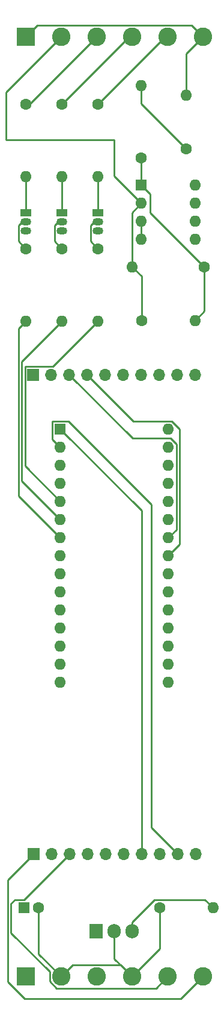
<source format=gbr>
%TF.GenerationSoftware,KiCad,Pcbnew,(6.0.5-0)*%
%TF.CreationDate,2022-07-08T10:13:23-04:00*%
%TF.ProjectId,OBS,4f42532e-6b69-4636-9164-5f7063625858,rev?*%
%TF.SameCoordinates,Original*%
%TF.FileFunction,Copper,L1,Top*%
%TF.FilePolarity,Positive*%
%FSLAX46Y46*%
G04 Gerber Fmt 4.6, Leading zero omitted, Abs format (unit mm)*
G04 Created by KiCad (PCBNEW (6.0.5-0)) date 2022-07-08 10:13:23*
%MOMM*%
%LPD*%
G01*
G04 APERTURE LIST*
%TA.AperFunction,ComponentPad*%
%ADD10C,1.600000*%
%TD*%
%TA.AperFunction,ComponentPad*%
%ADD11O,1.600000X1.600000*%
%TD*%
%TA.AperFunction,ComponentPad*%
%ADD12R,1.500000X1.050000*%
%TD*%
%TA.AperFunction,ComponentPad*%
%ADD13O,1.500000X1.050000*%
%TD*%
%TA.AperFunction,ComponentPad*%
%ADD14R,1.700000X1.700000*%
%TD*%
%TA.AperFunction,ComponentPad*%
%ADD15O,1.700000X1.700000*%
%TD*%
%TA.AperFunction,ComponentPad*%
%ADD16R,1.600000X1.600000*%
%TD*%
%TA.AperFunction,ComponentPad*%
%ADD17R,2.600000X2.600000*%
%TD*%
%TA.AperFunction,ComponentPad*%
%ADD18C,2.600000*%
%TD*%
%TA.AperFunction,ComponentPad*%
%ADD19R,1.905000X2.000000*%
%TD*%
%TA.AperFunction,ComponentPad*%
%ADD20O,1.905000X2.000000*%
%TD*%
%TA.AperFunction,Conductor*%
%ADD21C,0.250000*%
%TD*%
G04 APERTURE END LIST*
D10*
%TO.P,R5,1*%
%TO.N,/Vin*%
X119610000Y-36890000D03*
D11*
%TO.P,R5,2*%
%TO.N,Net-(Q1-Pad1)*%
X119610000Y-47050000D03*
%TD*%
D12*
%TO.P,Q1,1,E*%
%TO.N,Net-(Q1-Pad1)*%
X119610000Y-52130000D03*
D13*
%TO.P,Q1,2,B*%
%TO.N,Net-(Q1-Pad2)*%
X119610000Y-53400000D03*
%TO.P,Q1,3,C*%
%TO.N,Net-(A2-Pad27)*%
X119610000Y-54670000D03*
%TD*%
D10*
%TO.P,R4,1*%
%TO.N,/Vin*%
X109450000Y-36890000D03*
D11*
%TO.P,R4,2*%
%TO.N,Net-(Q3-Pad1)*%
X109450000Y-47050000D03*
%TD*%
D14*
%TO.P,J4,1,Pin_1*%
%TO.N,Net-(A2-Pad27)*%
X110490000Y-74905000D03*
D15*
%TO.P,J4,2,Pin_2*%
%TO.N,GND*%
X113030000Y-74905000D03*
%TO.P,J4,3,Pin_3*%
%TO.N,Net-(A2-Pad24)*%
X115570000Y-74905000D03*
%TO.P,J4,4,Pin_4*%
%TO.N,Net-(A2-Pad23)*%
X118110000Y-74905000D03*
%TO.P,J4,5,Pin_5*%
%TO.N,GND*%
X120650000Y-74905000D03*
%TO.P,J4,6,Pin_6*%
%TO.N,unconnected-(J4-Pad6)*%
X123190000Y-74905000D03*
%TO.P,J4,7,Pin_7*%
%TO.N,Net-(R8-Pad2)*%
X125730000Y-74905000D03*
%TO.P,J4,8,Pin_8*%
%TO.N,unconnected-(J4-Pad8)*%
X128270000Y-74905000D03*
%TO.P,J4,9,Pin_9*%
%TO.N,unconnected-(J4-Pad9)*%
X130810000Y-74905000D03*
%TO.P,J4,10,Pin_10*%
%TO.N,unconnected-(J4-Pad10)*%
X133350000Y-74905000D03*
%TD*%
D12*
%TO.P,Q2,1,E*%
%TO.N,Net-(Q2-Pad1)*%
X114530000Y-52130000D03*
D13*
%TO.P,Q2,2,B*%
%TO.N,Net-(Q2-Pad2)*%
X114530000Y-53400000D03*
%TO.P,Q2,3,C*%
%TO.N,Net-(A2-Pad27)*%
X114530000Y-54670000D03*
%TD*%
D10*
%TO.P,R1,1*%
%TO.N,Net-(Q1-Pad2)*%
X119610000Y-57210000D03*
D11*
%TO.P,R1,2*%
%TO.N,Net-(A2-Pad5)*%
X119610000Y-67370000D03*
%TD*%
D16*
%TO.P,C1,1*%
%TO.N,/Vin*%
X109210000Y-149792744D03*
D10*
%TO.P,C1,2*%
%TO.N,GND*%
X111210000Y-149792744D03*
%TD*%
D17*
%TO.P,J1,1,Pin_1*%
%TO.N,unconnected-(J1-Pad1)*%
X109410000Y-159452744D03*
D18*
%TO.P,J1,2,Pin_2*%
%TO.N,GND*%
X114410000Y-159452744D03*
%TO.P,J1,3,Pin_3*%
%TO.N,/Vin*%
X119410000Y-159452744D03*
%TO.P,J1,4,Pin_4*%
%TO.N,GND*%
X124410000Y-159452744D03*
%TO.P,J1,5,Pin_5*%
%TO.N,/Rx*%
X129410000Y-159452744D03*
%TO.P,J1,6,Pin_6*%
%TO.N,/Tx*%
X134410000Y-159452744D03*
%TD*%
D16*
%TO.P,A2,1,D1/TX*%
%TO.N,Net-(A2-Pad1)*%
X114300000Y-82550000D03*
D11*
%TO.P,A2,2,D0/RX*%
%TO.N,Net-(A2-Pad2)*%
X114300000Y-85090000D03*
%TO.P,A2,3,~{RESET}*%
%TO.N,unconnected-(A2-Pad3)*%
X114300000Y-87630000D03*
%TO.P,A2,4,GND*%
%TO.N,unconnected-(A2-Pad4)*%
X114300000Y-90170000D03*
%TO.P,A2,5,D2*%
%TO.N,Net-(A2-Pad5)*%
X114300000Y-92710000D03*
%TO.P,A2,6,D3*%
%TO.N,Net-(A2-Pad6)*%
X114300000Y-95250000D03*
%TO.P,A2,7,D4*%
%TO.N,Net-(A2-Pad7)*%
X114300000Y-97790000D03*
%TO.P,A2,8,D5*%
%TO.N,unconnected-(A2-Pad8)*%
X114300000Y-100330000D03*
%TO.P,A2,9,D6*%
%TO.N,unconnected-(A2-Pad9)*%
X114300000Y-102870000D03*
%TO.P,A2,10,D7*%
%TO.N,unconnected-(A2-Pad10)*%
X114300000Y-105410000D03*
%TO.P,A2,11,D8*%
%TO.N,unconnected-(A2-Pad11)*%
X114300000Y-107950000D03*
%TO.P,A2,12,D9*%
%TO.N,unconnected-(A2-Pad12)*%
X114300000Y-110490000D03*
%TO.P,A2,13,D10*%
%TO.N,unconnected-(A2-Pad13)*%
X114300000Y-113030000D03*
%TO.P,A2,14,D11*%
%TO.N,unconnected-(A2-Pad14)*%
X114300000Y-115570000D03*
%TO.P,A2,15,D12*%
%TO.N,unconnected-(A2-Pad15)*%
X114300000Y-118110000D03*
%TO.P,A2,16,D13*%
%TO.N,unconnected-(A2-Pad16)*%
X129540000Y-118110000D03*
%TO.P,A2,17,3V3*%
%TO.N,unconnected-(A2-Pad17)*%
X129540000Y-115570000D03*
%TO.P,A2,18,AREF*%
%TO.N,unconnected-(A2-Pad18)*%
X129540000Y-113030000D03*
%TO.P,A2,19,A0*%
%TO.N,unconnected-(A2-Pad19)*%
X129540000Y-110490000D03*
%TO.P,A2,20,A1*%
%TO.N,unconnected-(A2-Pad20)*%
X129540000Y-107950000D03*
%TO.P,A2,21,A2*%
%TO.N,unconnected-(A2-Pad21)*%
X129540000Y-105410000D03*
%TO.P,A2,22,A3*%
%TO.N,unconnected-(A2-Pad22)*%
X129540000Y-102870000D03*
%TO.P,A2,23,A4*%
%TO.N,Net-(A2-Pad23)*%
X129540000Y-100330000D03*
%TO.P,A2,24,A5*%
%TO.N,Net-(A2-Pad24)*%
X129540000Y-97790000D03*
%TO.P,A2,25,A6*%
%TO.N,unconnected-(A2-Pad25)*%
X129540000Y-95250000D03*
%TO.P,A2,26,A7*%
%TO.N,unconnected-(A2-Pad26)*%
X129540000Y-92710000D03*
%TO.P,A2,27,+5V*%
%TO.N,Net-(A2-Pad27)*%
X129540000Y-90170000D03*
%TO.P,A2,28,~{RESET}*%
%TO.N,unconnected-(A2-Pad28)*%
X129540000Y-87630000D03*
%TO.P,A2,29,GND*%
%TO.N,GND*%
X129540000Y-85090000D03*
%TO.P,A2,30,VIN*%
%TO.N,unconnected-(A2-Pad30)*%
X129540000Y-82550000D03*
%TD*%
D14*
%TO.P,J3,1,Pin_1*%
%TO.N,/Tx*%
X110520000Y-142215000D03*
D15*
%TO.P,J3,2,Pin_2*%
%TO.N,unconnected-(J3-Pad2)*%
X113060000Y-142215000D03*
%TO.P,J3,3,Pin_3*%
%TO.N,/Rx*%
X115600000Y-142215000D03*
%TO.P,J3,4,Pin_4*%
%TO.N,unconnected-(J3-Pad4)*%
X118140000Y-142215000D03*
%TO.P,J3,5,Pin_5*%
%TO.N,Net-(A2-Pad27)*%
X120680000Y-142215000D03*
%TO.P,J3,6,Pin_6*%
%TO.N,GND*%
X123220000Y-142215000D03*
%TO.P,J3,7,Pin_7*%
%TO.N,Net-(A2-Pad1)*%
X125760000Y-142215000D03*
%TO.P,J3,8,Pin_8*%
%TO.N,unconnected-(J3-Pad8)*%
X128300000Y-142215000D03*
%TO.P,J3,9,Pin_9*%
%TO.N,Net-(A2-Pad2)*%
X130840000Y-142215000D03*
%TO.P,J3,10,Pin_10*%
%TO.N,unconnected-(J3-Pad10)*%
X133380000Y-142215000D03*
%TD*%
D19*
%TO.P,A1,1,VI*%
%TO.N,/Vin*%
X119380000Y-153035000D03*
D20*
%TO.P,A1,2,GND*%
%TO.N,GND*%
X121920000Y-153035000D03*
%TO.P,A1,3,VO*%
%TO.N,Net-(A2-Pad27)*%
X124460000Y-153035000D03*
%TD*%
D10*
%TO.P,C3,1*%
%TO.N,Net-(C3-Pad1)*%
X125790000Y-67310000D03*
D11*
%TO.P,C3,2*%
%TO.N,Net-(R7-Pad1)*%
X133290000Y-67310000D03*
%TD*%
D12*
%TO.P,Q3,1,E*%
%TO.N,Net-(Q3-Pad1)*%
X109450000Y-52130000D03*
D13*
%TO.P,Q3,2,B*%
%TO.N,Net-(Q3-Pad2)*%
X109450000Y-53400000D03*
%TO.P,Q3,3,C*%
%TO.N,Net-(A2-Pad27)*%
X109450000Y-54670000D03*
%TD*%
D10*
%TO.P,C4,1*%
%TO.N,Net-(R8-Pad2)*%
X132080000Y-43180000D03*
D11*
%TO.P,C4,2*%
%TO.N,GND*%
X132080000Y-35680000D03*
%TD*%
D10*
%TO.P,R3,1*%
%TO.N,Net-(Q3-Pad2)*%
X109450000Y-57210000D03*
D11*
%TO.P,R3,2*%
%TO.N,Net-(A2-Pad7)*%
X109450000Y-67370000D03*
%TD*%
D10*
%TO.P,R7,1*%
%TO.N,Net-(R7-Pad1)*%
X134610000Y-59750000D03*
D11*
%TO.P,R7,2*%
%TO.N,Net-(C3-Pad1)*%
X124450000Y-59750000D03*
%TD*%
D10*
%TO.P,R8,1*%
%TO.N,Net-(R7-Pad1)*%
X125730000Y-44450000D03*
D11*
%TO.P,R8,2*%
%TO.N,Net-(R8-Pad2)*%
X125730000Y-34290000D03*
%TD*%
D10*
%TO.P,C2,1*%
%TO.N,GND*%
X128320000Y-149792744D03*
D11*
%TO.P,C2,2*%
%TO.N,Net-(A2-Pad27)*%
X135820000Y-149792744D03*
%TD*%
D17*
%TO.P,J2,1,Pin_1*%
%TO.N,GND*%
X109420000Y-27440000D03*
D18*
%TO.P,J2,2,Pin_2*%
%TO.N,Net-(C3-Pad1)*%
X114420000Y-27440000D03*
%TO.P,J2,3,Pin_3*%
%TO.N,/Vin*%
X119420000Y-27440000D03*
%TO.P,J2,4,Pin_4*%
X124420000Y-27440000D03*
%TO.P,J2,5,Pin_5*%
X129420000Y-27440000D03*
%TO.P,J2,6,Pin_6*%
%TO.N,GND*%
X134420000Y-27440000D03*
%TD*%
D10*
%TO.P,R6,1*%
%TO.N,/Vin*%
X114530000Y-36890000D03*
D11*
%TO.P,R6,2*%
%TO.N,Net-(Q2-Pad1)*%
X114530000Y-47050000D03*
%TD*%
D16*
%TO.P,U3,1*%
%TO.N,Net-(R7-Pad1)*%
X125730000Y-48290000D03*
D11*
%TO.P,U3,2,-*%
%TO.N,Net-(C3-Pad1)*%
X125730000Y-50830000D03*
%TO.P,U3,3,+*%
%TO.N,GND*%
X125730000Y-53370000D03*
%TO.P,U3,4,V-*%
X125730000Y-55910000D03*
%TO.P,U3,5*%
%TO.N,N/C*%
X133350000Y-55910000D03*
%TO.P,U3,6*%
X133350000Y-53370000D03*
%TO.P,U3,7*%
X133350000Y-50830000D03*
%TO.P,U3,8,V+*%
%TO.N,Net-(A2-Pad27)*%
X133350000Y-48290000D03*
%TD*%
D10*
%TO.P,R2,1*%
%TO.N,Net-(Q2-Pad2)*%
X114530000Y-57210000D03*
D11*
%TO.P,R2,2*%
%TO.N,Net-(A2-Pad6)*%
X114530000Y-67370000D03*
%TD*%
D21*
%TO.N,Net-(R7-Pad1)*%
X125730000Y-48290000D02*
X125730000Y-44450000D01*
X134610000Y-65990000D02*
X133290000Y-67310000D01*
X134610000Y-59750000D02*
X126970000Y-52110000D01*
X126970000Y-52110000D02*
X126970000Y-49530000D01*
X126970000Y-49530000D02*
X125730000Y-48290000D01*
X134610000Y-59750000D02*
X134610000Y-65990000D01*
%TO.N,GND*%
X111210000Y-156252744D02*
X114410000Y-159452744D01*
X128320000Y-155542744D02*
X124410000Y-159452744D01*
X111210000Y-149792744D02*
X111210000Y-156252744D01*
X128320000Y-149792744D02*
X128320000Y-155542744D01*
X121920000Y-153035000D02*
X121920000Y-156962744D01*
X109420000Y-27440000D02*
X111044511Y-25815489D01*
X132795489Y-25815489D02*
X134420000Y-27440000D01*
X132080000Y-35680000D02*
X132080000Y-29780000D01*
X121920000Y-156962744D02*
X124410000Y-159452744D01*
X132080000Y-29780000D02*
X134420000Y-27440000D01*
X125730000Y-53370000D02*
X125730000Y-55910000D01*
X111044511Y-25815489D02*
X132795489Y-25815489D01*
X114410000Y-159452744D02*
X116034511Y-157828233D01*
X116034511Y-157828233D02*
X122785489Y-157828233D01*
X122785489Y-157828233D02*
X124410000Y-159452744D01*
%TO.N,/Vin*%
X119610000Y-36890000D02*
X129060000Y-27440000D01*
X123980000Y-27440000D02*
X124420000Y-27440000D01*
X109970000Y-36890000D02*
X109450000Y-36890000D01*
X119420000Y-27440000D02*
X109970000Y-36890000D01*
X129060000Y-27440000D02*
X129420000Y-27440000D01*
X114530000Y-36890000D02*
X123980000Y-27440000D01*
%TO.N,/Rx*%
X107335969Y-153330328D02*
X112785489Y-158779848D01*
X107335969Y-149204031D02*
X107335969Y-153330328D01*
X127785489Y-161077255D02*
X129410000Y-159452744D01*
X115600000Y-142215000D02*
X109146767Y-148668233D01*
X113737104Y-161077255D02*
X127785489Y-161077255D01*
X107871767Y-148668233D02*
X107335969Y-149204031D01*
X112785489Y-160125640D02*
X113737104Y-161077255D01*
X112785489Y-158779848D02*
X112785489Y-160125640D01*
X109146767Y-148668233D02*
X107871767Y-148668233D01*
%TO.N,/Tx*%
X106886449Y-160178215D02*
X109268234Y-162560000D01*
X106886449Y-145848551D02*
X106886449Y-160178215D01*
X109268234Y-162560000D02*
X131302744Y-162560000D01*
X110520000Y-142215000D02*
X106886449Y-145848551D01*
X131302744Y-162560000D02*
X134410000Y-159452744D01*
%TO.N,Net-(Q1-Pad2)*%
X118535480Y-53924520D02*
X118535480Y-56135480D01*
X118535480Y-56135480D02*
X119610000Y-57210000D01*
X119610000Y-53400000D02*
X119060000Y-53400000D01*
X119060000Y-53400000D02*
X118535480Y-53924520D01*
%TO.N,Net-(A2-Pad5)*%
X113249511Y-73730489D02*
X109315489Y-73730489D01*
X109315489Y-87725489D02*
X114300000Y-92710000D01*
X109315489Y-73730489D02*
X109315489Y-87725489D01*
X119610000Y-67370000D02*
X113249511Y-73730489D01*
%TO.N,Net-(Q2-Pad2)*%
X114530000Y-53400000D02*
X113980000Y-53400000D01*
X113455480Y-53924520D02*
X113455480Y-56135480D01*
X113980000Y-53400000D02*
X113455480Y-53924520D01*
X113455480Y-56135480D02*
X114530000Y-57210000D01*
%TO.N,Net-(A2-Pad6)*%
X114530000Y-67370000D02*
X108865969Y-73034031D01*
X108865969Y-89815969D02*
X114300000Y-95250000D01*
X108865969Y-73034031D02*
X108865969Y-89815969D01*
%TO.N,Net-(Q3-Pad2)*%
X109450000Y-53400000D02*
X108900000Y-53400000D01*
X108375480Y-53924520D02*
X108375480Y-56135480D01*
X108375480Y-56135480D02*
X109450000Y-57210000D01*
X108900000Y-53400000D02*
X108375480Y-53924520D01*
%TO.N,Net-(A2-Pad7)*%
X108416449Y-68403551D02*
X108416449Y-91906449D01*
X109450000Y-67370000D02*
X108416449Y-68403551D01*
X108416449Y-91906449D02*
X114300000Y-97790000D01*
%TO.N,Net-(Q3-Pad1)*%
X109450000Y-52130000D02*
X109450000Y-47050000D01*
%TO.N,Net-(Q1-Pad1)*%
X119610000Y-52130000D02*
X119610000Y-47050000D01*
%TO.N,Net-(Q2-Pad1)*%
X114530000Y-52130000D02*
X114530000Y-47050000D01*
%TO.N,Net-(R8-Pad2)*%
X125730000Y-34290000D02*
X125730000Y-36830000D01*
X125730000Y-36830000D02*
X132080000Y-43180000D01*
%TO.N,Net-(A2-Pad1)*%
X114300000Y-82550000D02*
X125760000Y-94010000D01*
X125760000Y-94010000D02*
X125760000Y-142215000D01*
%TO.N,Net-(A2-Pad2)*%
X115424511Y-81425489D02*
X127125489Y-93126467D01*
X127125489Y-138500489D02*
X130840000Y-142215000D01*
X114300000Y-85090000D02*
X113175489Y-83965489D01*
X113175489Y-81425489D02*
X115424511Y-81425489D01*
X113175489Y-83965489D02*
X113175489Y-81425489D01*
X127125489Y-93126467D02*
X127125489Y-138500489D01*
%TO.N,Net-(A2-Pad23)*%
X130005789Y-81425489D02*
X131114031Y-82533731D01*
X131114031Y-98755969D02*
X129540000Y-100330000D01*
X118110000Y-74905000D02*
X124630489Y-81425489D01*
X124630489Y-81425489D02*
X130005789Y-81425489D01*
X131114031Y-82533731D02*
X131114031Y-98755969D01*
%TO.N,Net-(A2-Pad24)*%
X124485000Y-83820000D02*
X129860300Y-83820000D01*
X130664511Y-84624211D02*
X130664511Y-96665489D01*
X115570000Y-74905000D02*
X124485000Y-83820000D01*
X129860300Y-83820000D02*
X130664511Y-84624211D01*
X130664511Y-96665489D02*
X129540000Y-97790000D01*
%TO.N,Net-(A2-Pad27)*%
X124460000Y-151785000D02*
X127576767Y-148668233D01*
X124460000Y-153035000D02*
X124460000Y-151785000D01*
X135820000Y-149792744D02*
X134695489Y-148668233D01*
X127576767Y-148668233D02*
X134695489Y-148668233D01*
%TO.N,Net-(C3-Pad1)*%
X125780000Y-64830000D02*
X125780000Y-61080000D01*
X125790000Y-64840000D02*
X125790000Y-67310000D01*
X125780000Y-64830000D02*
X125790000Y-64840000D01*
X106680000Y-41900000D02*
X106670000Y-41910000D01*
X124450000Y-59750000D02*
X124450000Y-52110000D01*
X124450000Y-52110000D02*
X125730000Y-50830000D01*
X106680000Y-35180000D02*
X106680000Y-41900000D01*
X121910000Y-47010000D02*
X125730000Y-50830000D01*
X114420000Y-27440000D02*
X106680000Y-35180000D01*
X106670000Y-41910000D02*
X121910000Y-41910000D01*
X125780000Y-61080000D02*
X124450000Y-59750000D01*
X121910000Y-41910000D02*
X121910000Y-47010000D01*
%TD*%
M02*

</source>
